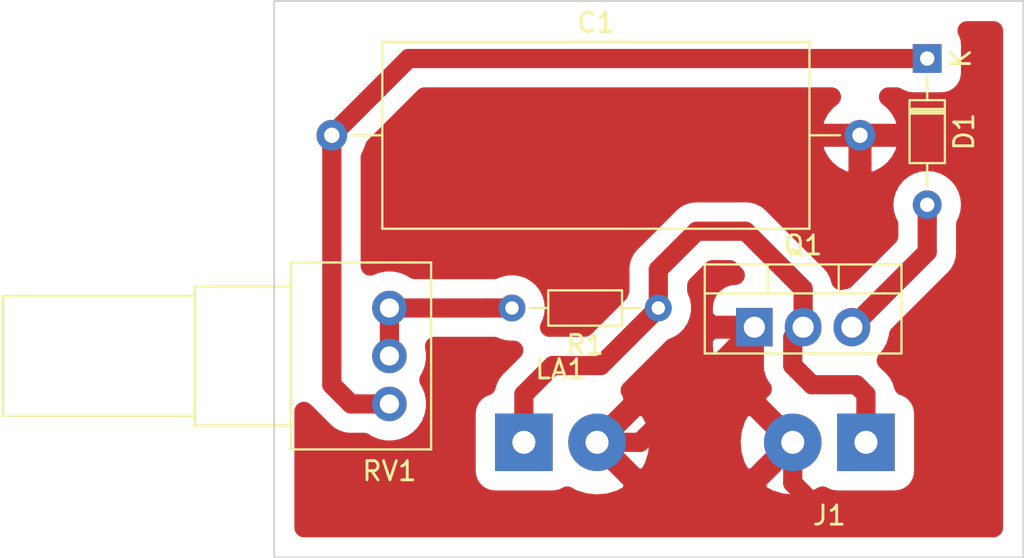
<source format=kicad_pcb>
(kicad_pcb (version 20171130) (host pcbnew "(5.1.4)-1")

  (general
    (thickness 1.6)
    (drawings 4)
    (tracks 38)
    (zones 0)
    (modules 7)
    (nets 6)
  )

  (page A4)
  (layers
    (0 F.Cu signal)
    (31 B.Cu signal)
    (32 B.Adhes user)
    (33 F.Adhes user)
    (34 B.Paste user)
    (35 F.Paste user)
    (36 B.SilkS user)
    (37 F.SilkS user)
    (38 B.Mask user)
    (39 F.Mask user)
    (40 Dwgs.User user)
    (41 Cmts.User user)
    (42 Eco1.User user)
    (43 Eco2.User user)
    (44 Edge.Cuts user)
    (45 Margin user)
    (46 B.CrtYd user)
    (47 F.CrtYd user)
    (48 B.Fab user)
    (49 F.Fab user)
  )

  (setup
    (last_trace_width 1)
    (user_trace_width 1)
    (trace_clearance 0.2)
    (zone_clearance 0.508)
    (zone_45_only no)
    (trace_min 0.2)
    (via_size 0.8)
    (via_drill 0.4)
    (via_min_size 0.4)
    (via_min_drill 0.3)
    (user_via 1.5 1)
    (uvia_size 0.3)
    (uvia_drill 0.1)
    (uvias_allowed no)
    (uvia_min_size 0.2)
    (uvia_min_drill 0.1)
    (edge_width 0.05)
    (segment_width 0.2)
    (pcb_text_width 0.3)
    (pcb_text_size 1.5 1.5)
    (mod_edge_width 0.12)
    (mod_text_size 1 1)
    (mod_text_width 0.15)
    (pad_size 1.524 1.524)
    (pad_drill 0.762)
    (pad_to_mask_clearance 0.051)
    (solder_mask_min_width 0.25)
    (aux_axis_origin 0 0)
    (visible_elements FFFFFF7F)
    (pcbplotparams
      (layerselection 0x010fc_ffffffff)
      (usegerberextensions false)
      (usegerberattributes false)
      (usegerberadvancedattributes false)
      (creategerberjobfile false)
      (excludeedgelayer true)
      (linewidth 0.100000)
      (plotframeref false)
      (viasonmask false)
      (mode 1)
      (useauxorigin false)
      (hpglpennumber 1)
      (hpglpenspeed 20)
      (hpglpendiameter 15.000000)
      (psnegative false)
      (psa4output false)
      (plotreference true)
      (plotvalue true)
      (plotinvisibletext false)
      (padsonsilk false)
      (subtractmaskfromsilk false)
      (outputformat 1)
      (mirror false)
      (drillshape 1)
      (scaleselection 1)
      (outputdirectory ""))
  )

  (net 0 "")
  (net 1 GND)
  (net 2 "Net-(C1-Pad1)")
  (net 3 "Net-(D1-Pad2)")
  (net 4 AC)
  (net 5 "Net-(R1-Pad2)")

  (net_class Default "Esta es la clase de red por defecto."
    (clearance 0.2)
    (trace_width 0.25)
    (via_dia 0.8)
    (via_drill 0.4)
    (uvia_dia 0.3)
    (uvia_drill 0.1)
    (add_net AC)
    (add_net GND)
    (add_net "Net-(C1-Pad1)")
    (add_net "Net-(D1-Pad2)")
    (add_net "Net-(R1-Pad2)")
  )

  (module Potentiometer_THT:Potentiometer_Alps_RK097_Single_Horizontal (layer F.Cu) (tedit 5A3D4993) (tstamp 5DC3C8BC)
    (at 130 94 180)
    (descr "Potentiometer, horizontal, Alps RK097 Single, http://www.alps.com/prod/info/E/HTML/Potentiometer/RotaryPotentiometers/RK097/RK097_list.html")
    (tags "Potentiometer horizontal Alps RK097 Single")
    (path /5DC39D27)
    (fp_text reference RV1 (at 0 -8.5) (layer F.SilkS)
      (effects (font (size 1 1) (thickness 0.15)))
    )
    (fp_text value R_POT (at 0 3.5) (layer F.Fab)
      (effects (font (size 1 1) (thickness 0.15)))
    )
    (fp_text user %R (at 1.475 -2.5) (layer F.Fab)
      (effects (font (size 1 1) (thickness 0.15)))
    )
    (fp_line (start 20.25 -7.5) (end -2.3 -7.5) (layer F.CrtYd) (width 0.05))
    (fp_line (start 20.25 2.5) (end 20.25 -7.5) (layer F.CrtYd) (width 0.05))
    (fp_line (start -2.3 2.5) (end 20.25 2.5) (layer F.CrtYd) (width 0.05))
    (fp_line (start -2.3 -7.5) (end -2.3 2.5) (layer F.CrtYd) (width 0.05))
    (fp_line (start 20.12 -5.62) (end 20.12 0.62) (layer F.SilkS) (width 0.12))
    (fp_line (start 10.12 -5.62) (end 10.12 0.62) (layer F.SilkS) (width 0.12))
    (fp_line (start 10.12 0.62) (end 20.12 0.62) (layer F.SilkS) (width 0.12))
    (fp_line (start 10.12 -5.62) (end 20.12 -5.62) (layer F.SilkS) (width 0.12))
    (fp_line (start 10.12 -6.12) (end 10.12 1.12) (layer F.SilkS) (width 0.12))
    (fp_line (start 5.12 -6.12) (end 5.12 1.12) (layer F.SilkS) (width 0.12))
    (fp_line (start 5.12 1.12) (end 10.12 1.12) (layer F.SilkS) (width 0.12))
    (fp_line (start 5.12 -6.12) (end 10.12 -6.12) (layer F.SilkS) (width 0.12))
    (fp_line (start 5.12 -7.37) (end 5.12 2.37) (layer F.SilkS) (width 0.12))
    (fp_line (start -2.17 -7.37) (end -2.17 2.37) (layer F.SilkS) (width 0.12))
    (fp_line (start -2.17 2.37) (end 5.12 2.37) (layer F.SilkS) (width 0.12))
    (fp_line (start -2.17 -7.37) (end 5.12 -7.37) (layer F.SilkS) (width 0.12))
    (fp_line (start 20 -5.5) (end 10 -5.5) (layer F.Fab) (width 0.1))
    (fp_line (start 20 0.5) (end 20 -5.5) (layer F.Fab) (width 0.1))
    (fp_line (start 10 0.5) (end 20 0.5) (layer F.Fab) (width 0.1))
    (fp_line (start 10 -5.5) (end 10 0.5) (layer F.Fab) (width 0.1))
    (fp_line (start 10 -6) (end 5 -6) (layer F.Fab) (width 0.1))
    (fp_line (start 10 1) (end 10 -6) (layer F.Fab) (width 0.1))
    (fp_line (start 5 1) (end 10 1) (layer F.Fab) (width 0.1))
    (fp_line (start 5 -6) (end 5 1) (layer F.Fab) (width 0.1))
    (fp_line (start 5 -7.25) (end -2.05 -7.25) (layer F.Fab) (width 0.1))
    (fp_line (start 5 2.25) (end 5 -7.25) (layer F.Fab) (width 0.1))
    (fp_line (start -2.05 2.25) (end 5 2.25) (layer F.Fab) (width 0.1))
    (fp_line (start -2.05 -7.25) (end -2.05 2.25) (layer F.Fab) (width 0.1))
    (pad 1 thru_hole circle (at 0 0 180) (size 1.8 1.8) (drill 1) (layers *.Cu *.Mask)
      (net 5 "Net-(R1-Pad2)"))
    (pad 2 thru_hole circle (at 0 -2.5 180) (size 1.8 1.8) (drill 1) (layers *.Cu *.Mask)
      (net 5 "Net-(R1-Pad2)"))
    (pad 3 thru_hole circle (at 0 -5 180) (size 1.8 1.8) (drill 1) (layers *.Cu *.Mask)
      (net 2 "Net-(C1-Pad1)"))
    (model ${KISYS3DMOD}/Potentiometer_THT.3dshapes/Potentiometer_Alps_RK097_Single_Horizontal.wrl
      (at (xyz 0 0 0))
      (scale (xyz 1 1 1))
      (rotate (xyz 0 0 0))
    )
  )

  (module Resistor_THT:R_Axial_DIN0204_L3.6mm_D1.6mm_P7.62mm_Horizontal (layer F.Cu) (tedit 5AE5139B) (tstamp 5DC3C898)
    (at 144 94 180)
    (descr "Resistor, Axial_DIN0204 series, Axial, Horizontal, pin pitch=7.62mm, 0.167W, length*diameter=3.6*1.6mm^2, http://cdn-reichelt.de/documents/datenblatt/B400/1_4W%23YAG.pdf")
    (tags "Resistor Axial_DIN0204 series Axial Horizontal pin pitch 7.62mm 0.167W length 3.6mm diameter 1.6mm")
    (path /5DC3729A)
    (fp_text reference R1 (at 3.81 -1.92) (layer F.SilkS)
      (effects (font (size 1 1) (thickness 0.15)))
    )
    (fp_text value R (at 3.81 1.92) (layer F.Fab)
      (effects (font (size 1 1) (thickness 0.15)))
    )
    (fp_text user %R (at 3.81 0) (layer F.Fab)
      (effects (font (size 0.72 0.72) (thickness 0.108)))
    )
    (fp_line (start 8.57 -1.05) (end -0.95 -1.05) (layer F.CrtYd) (width 0.05))
    (fp_line (start 8.57 1.05) (end 8.57 -1.05) (layer F.CrtYd) (width 0.05))
    (fp_line (start -0.95 1.05) (end 8.57 1.05) (layer F.CrtYd) (width 0.05))
    (fp_line (start -0.95 -1.05) (end -0.95 1.05) (layer F.CrtYd) (width 0.05))
    (fp_line (start 6.68 0) (end 5.73 0) (layer F.SilkS) (width 0.12))
    (fp_line (start 0.94 0) (end 1.89 0) (layer F.SilkS) (width 0.12))
    (fp_line (start 5.73 -0.92) (end 1.89 -0.92) (layer F.SilkS) (width 0.12))
    (fp_line (start 5.73 0.92) (end 5.73 -0.92) (layer F.SilkS) (width 0.12))
    (fp_line (start 1.89 0.92) (end 5.73 0.92) (layer F.SilkS) (width 0.12))
    (fp_line (start 1.89 -0.92) (end 1.89 0.92) (layer F.SilkS) (width 0.12))
    (fp_line (start 7.62 0) (end 5.61 0) (layer F.Fab) (width 0.1))
    (fp_line (start 0 0) (end 2.01 0) (layer F.Fab) (width 0.1))
    (fp_line (start 5.61 -0.8) (end 2.01 -0.8) (layer F.Fab) (width 0.1))
    (fp_line (start 5.61 0.8) (end 5.61 -0.8) (layer F.Fab) (width 0.1))
    (fp_line (start 2.01 0.8) (end 5.61 0.8) (layer F.Fab) (width 0.1))
    (fp_line (start 2.01 -0.8) (end 2.01 0.8) (layer F.Fab) (width 0.1))
    (pad 2 thru_hole oval (at 7.62 0 180) (size 1.4 1.4) (drill 0.7) (layers *.Cu *.Mask)
      (net 5 "Net-(R1-Pad2)"))
    (pad 1 thru_hole circle (at 0 0 180) (size 1.4 1.4) (drill 0.7) (layers *.Cu *.Mask)
      (net 4 AC))
    (model ${KISYS3DMOD}/Resistor_THT.3dshapes/R_Axial_DIN0204_L3.6mm_D1.6mm_P7.62mm_Horizontal.wrl
      (at (xyz 0 0 0))
      (scale (xyz 1 1 1))
      (rotate (xyz 0 0 0))
    )
  )

  (module Package_TO_SOT_THT:TO-220-3_Vertical (layer F.Cu) (tedit 5AC8BA0D) (tstamp 5DC3C881)
    (at 149 95)
    (descr "TO-220-3, Vertical, RM 2.54mm, see https://www.vishay.com/docs/66542/to-220-1.pdf")
    (tags "TO-220-3 Vertical RM 2.54mm")
    (path /5DC381A7)
    (fp_text reference Q1 (at 2.54 -4.27) (layer F.SilkS)
      (effects (font (size 1 1) (thickness 0.15)))
    )
    (fp_text value BT138-600 (at 2.54 2.5) (layer F.Fab)
      (effects (font (size 1 1) (thickness 0.15)))
    )
    (fp_text user %R (at 2.54 -4.27) (layer F.Fab)
      (effects (font (size 1 1) (thickness 0.15)))
    )
    (fp_line (start 7.79 -3.4) (end -2.71 -3.4) (layer F.CrtYd) (width 0.05))
    (fp_line (start 7.79 1.51) (end 7.79 -3.4) (layer F.CrtYd) (width 0.05))
    (fp_line (start -2.71 1.51) (end 7.79 1.51) (layer F.CrtYd) (width 0.05))
    (fp_line (start -2.71 -3.4) (end -2.71 1.51) (layer F.CrtYd) (width 0.05))
    (fp_line (start 4.391 -3.27) (end 4.391 -1.76) (layer F.SilkS) (width 0.12))
    (fp_line (start 0.69 -3.27) (end 0.69 -1.76) (layer F.SilkS) (width 0.12))
    (fp_line (start -2.58 -1.76) (end 7.66 -1.76) (layer F.SilkS) (width 0.12))
    (fp_line (start 7.66 -3.27) (end 7.66 1.371) (layer F.SilkS) (width 0.12))
    (fp_line (start -2.58 -3.27) (end -2.58 1.371) (layer F.SilkS) (width 0.12))
    (fp_line (start -2.58 1.371) (end 7.66 1.371) (layer F.SilkS) (width 0.12))
    (fp_line (start -2.58 -3.27) (end 7.66 -3.27) (layer F.SilkS) (width 0.12))
    (fp_line (start 4.39 -3.15) (end 4.39 -1.88) (layer F.Fab) (width 0.1))
    (fp_line (start 0.69 -3.15) (end 0.69 -1.88) (layer F.Fab) (width 0.1))
    (fp_line (start -2.46 -1.88) (end 7.54 -1.88) (layer F.Fab) (width 0.1))
    (fp_line (start 7.54 -3.15) (end -2.46 -3.15) (layer F.Fab) (width 0.1))
    (fp_line (start 7.54 1.25) (end 7.54 -3.15) (layer F.Fab) (width 0.1))
    (fp_line (start -2.46 1.25) (end 7.54 1.25) (layer F.Fab) (width 0.1))
    (fp_line (start -2.46 -3.15) (end -2.46 1.25) (layer F.Fab) (width 0.1))
    (pad 3 thru_hole oval (at 5.08 0) (size 1.905 2) (drill 1.1) (layers *.Cu *.Mask)
      (net 3 "Net-(D1-Pad2)"))
    (pad 2 thru_hole oval (at 2.54 0) (size 1.905 2) (drill 1.1) (layers *.Cu *.Mask)
      (net 4 AC))
    (pad 1 thru_hole rect (at 0 0) (size 1.905 2) (drill 1.1) (layers *.Cu *.Mask)
      (net 1 GND))
    (model ${KISYS3DMOD}/Package_TO_SOT_THT.3dshapes/TO-220-3_Vertical.wrl
      (at (xyz 0 0 0))
      (scale (xyz 1 1 1))
      (rotate (xyz 0 0 0))
    )
  )

  (module Connector_Wire:SolderWirePad_1x02_P3.81mm_Drill1.2mm (layer F.Cu) (tedit 5AEE5EF3) (tstamp 5DC3C867)
    (at 137 101)
    (descr "Wire solder connection")
    (tags connector)
    (path /5DC3A47B)
    (attr virtual)
    (fp_text reference LA1 (at 1.905 -3.81) (layer F.SilkS)
      (effects (font (size 1 1) (thickness 0.15)))
    )
    (fp_text value Lamp (at 1.905 3.81) (layer F.Fab)
      (effects (font (size 1 1) (thickness 0.15)))
    )
    (fp_line (start 5.81 2) (end -1.99 2) (layer F.CrtYd) (width 0.05))
    (fp_line (start 5.81 2) (end 5.81 -2) (layer F.CrtYd) (width 0.05))
    (fp_line (start -1.99 -2) (end -1.99 2) (layer F.CrtYd) (width 0.05))
    (fp_line (start -1.99 -2) (end 5.81 -2) (layer F.CrtYd) (width 0.05))
    (fp_text user %R (at 1.905 0) (layer F.Fab)
      (effects (font (size 1 1) (thickness 0.15)))
    )
    (pad 2 thru_hole circle (at 3.81 0) (size 2.99974 2.99974) (drill 1.19888) (layers *.Cu *.Mask)
      (net 1 GND))
    (pad 1 thru_hole rect (at 0 0) (size 2.99974 2.99974) (drill 1.19888) (layers *.Cu *.Mask)
      (net 4 AC))
  )

  (module Connector_Wire:SolderWirePad_1x02_P3.81mm_Drill1.2mm (layer F.Cu) (tedit 5AEE5EF3) (tstamp 5DC3C85C)
    (at 154.81 101 180)
    (descr "Wire solder connection")
    (tags connector)
    (path /5DC4EE7F)
    (attr virtual)
    (fp_text reference J1 (at 1.905 -3.81) (layer F.SilkS)
      (effects (font (size 1 1) (thickness 0.15)))
    )
    (fp_text value Screw_Terminal_01x02 (at 1.905 3.81) (layer F.Fab)
      (effects (font (size 1 1) (thickness 0.15)))
    )
    (fp_line (start 5.81 2) (end -1.99 2) (layer F.CrtYd) (width 0.05))
    (fp_line (start 5.81 2) (end 5.81 -2) (layer F.CrtYd) (width 0.05))
    (fp_line (start -1.99 -2) (end -1.99 2) (layer F.CrtYd) (width 0.05))
    (fp_line (start -1.99 -2) (end 5.81 -2) (layer F.CrtYd) (width 0.05))
    (fp_text user %R (at 1.905 0) (layer F.Fab)
      (effects (font (size 1 1) (thickness 0.15)))
    )
    (pad 2 thru_hole circle (at 3.81 0 180) (size 2.99974 2.99974) (drill 1.19888) (layers *.Cu *.Mask)
      (net 1 GND))
    (pad 1 thru_hole rect (at 0 0 180) (size 2.99974 2.99974) (drill 1.19888) (layers *.Cu *.Mask)
      (net 4 AC))
  )

  (module Diode_THT:D_DO-34_SOD68_P7.62mm_Horizontal (layer F.Cu) (tedit 5AE50CD5) (tstamp 5DC3C851)
    (at 158 81 270)
    (descr "Diode, DO-34_SOD68 series, Axial, Horizontal, pin pitch=7.62mm, , length*diameter=3.04*1.6mm^2, , https://www.nxp.com/docs/en/data-sheet/KTY83_SER.pdf")
    (tags "Diode DO-34_SOD68 series Axial Horizontal pin pitch 7.62mm  length 3.04mm diameter 1.6mm")
    (path /5DC3909E)
    (fp_text reference D1 (at 3.81 -1.92 90) (layer F.SilkS)
      (effects (font (size 1 1) (thickness 0.15)))
    )
    (fp_text value DIAC (at 3.81 1.92 90) (layer F.Fab)
      (effects (font (size 1 1) (thickness 0.15)))
    )
    (fp_text user K (at 0 -1.75 90) (layer F.SilkS)
      (effects (font (size 1 1) (thickness 0.15)))
    )
    (fp_text user K (at 0 -1.75 90) (layer F.Fab)
      (effects (font (size 1 1) (thickness 0.15)))
    )
    (fp_text user %R (at 4.038 0 90) (layer F.Fab)
      (effects (font (size 0.608 0.608) (thickness 0.0912)))
    )
    (fp_line (start 8.63 -1.05) (end -1 -1.05) (layer F.CrtYd) (width 0.05))
    (fp_line (start 8.63 1.05) (end 8.63 -1.05) (layer F.CrtYd) (width 0.05))
    (fp_line (start -1 1.05) (end 8.63 1.05) (layer F.CrtYd) (width 0.05))
    (fp_line (start -1 -1.05) (end -1 1.05) (layer F.CrtYd) (width 0.05))
    (fp_line (start 2.626 -0.92) (end 2.626 0.92) (layer F.SilkS) (width 0.12))
    (fp_line (start 2.866 -0.92) (end 2.866 0.92) (layer F.SilkS) (width 0.12))
    (fp_line (start 2.746 -0.92) (end 2.746 0.92) (layer F.SilkS) (width 0.12))
    (fp_line (start 6.63 0) (end 5.45 0) (layer F.SilkS) (width 0.12))
    (fp_line (start 0.99 0) (end 2.17 0) (layer F.SilkS) (width 0.12))
    (fp_line (start 5.45 -0.92) (end 2.17 -0.92) (layer F.SilkS) (width 0.12))
    (fp_line (start 5.45 0.92) (end 5.45 -0.92) (layer F.SilkS) (width 0.12))
    (fp_line (start 2.17 0.92) (end 5.45 0.92) (layer F.SilkS) (width 0.12))
    (fp_line (start 2.17 -0.92) (end 2.17 0.92) (layer F.SilkS) (width 0.12))
    (fp_line (start 2.646 -0.8) (end 2.646 0.8) (layer F.Fab) (width 0.1))
    (fp_line (start 2.846 -0.8) (end 2.846 0.8) (layer F.Fab) (width 0.1))
    (fp_line (start 2.746 -0.8) (end 2.746 0.8) (layer F.Fab) (width 0.1))
    (fp_line (start 7.62 0) (end 5.33 0) (layer F.Fab) (width 0.1))
    (fp_line (start 0 0) (end 2.29 0) (layer F.Fab) (width 0.1))
    (fp_line (start 5.33 -0.8) (end 2.29 -0.8) (layer F.Fab) (width 0.1))
    (fp_line (start 5.33 0.8) (end 5.33 -0.8) (layer F.Fab) (width 0.1))
    (fp_line (start 2.29 0.8) (end 5.33 0.8) (layer F.Fab) (width 0.1))
    (fp_line (start 2.29 -0.8) (end 2.29 0.8) (layer F.Fab) (width 0.1))
    (pad 2 thru_hole oval (at 7.62 0 270) (size 1.5 1.5) (drill 0.75) (layers *.Cu *.Mask)
      (net 3 "Net-(D1-Pad2)"))
    (pad 1 thru_hole rect (at 0 0 270) (size 1.5 1.5) (drill 0.75) (layers *.Cu *.Mask)
      (net 2 "Net-(C1-Pad1)"))
    (model ${KISYS3DMOD}/Diode_THT.3dshapes/D_DO-34_SOD68_P7.62mm_Horizontal.wrl
      (at (xyz 0 0 0))
      (scale (xyz 1 1 1))
      (rotate (xyz 0 0 0))
    )
  )

  (module Capacitor_THT:C_Axial_L22.0mm_D9.5mm_P27.50mm_Horizontal (layer F.Cu) (tedit 5AE50EF0) (tstamp 5DC3C832)
    (at 127 85)
    (descr "C, Axial series, Axial, Horizontal, pin pitch=27.5mm, , length*diameter=22*9.5mm^2, http://cdn-reichelt.de/documents/datenblatt/B300/STYROFLEX.pdf")
    (tags "C Axial series Axial Horizontal pin pitch 27.5mm  length 22mm diameter 9.5mm")
    (path /5DC3969C)
    (fp_text reference C1 (at 13.75 -5.87) (layer F.SilkS)
      (effects (font (size 1 1) (thickness 0.15)))
    )
    (fp_text value C (at 13.75 5.87) (layer F.Fab)
      (effects (font (size 1 1) (thickness 0.15)))
    )
    (fp_text user %R (at 13.75 0) (layer F.Fab)
      (effects (font (size 1 1) (thickness 0.15)))
    )
    (fp_line (start 28.55 -5) (end -1.05 -5) (layer F.CrtYd) (width 0.05))
    (fp_line (start 28.55 5) (end 28.55 -5) (layer F.CrtYd) (width 0.05))
    (fp_line (start -1.05 5) (end 28.55 5) (layer F.CrtYd) (width 0.05))
    (fp_line (start -1.05 -5) (end -1.05 5) (layer F.CrtYd) (width 0.05))
    (fp_line (start 26.46 0) (end 24.87 0) (layer F.SilkS) (width 0.12))
    (fp_line (start 1.04 0) (end 2.63 0) (layer F.SilkS) (width 0.12))
    (fp_line (start 24.87 -4.87) (end 2.63 -4.87) (layer F.SilkS) (width 0.12))
    (fp_line (start 24.87 4.87) (end 24.87 -4.87) (layer F.SilkS) (width 0.12))
    (fp_line (start 2.63 4.87) (end 24.87 4.87) (layer F.SilkS) (width 0.12))
    (fp_line (start 2.63 -4.87) (end 2.63 4.87) (layer F.SilkS) (width 0.12))
    (fp_line (start 27.5 0) (end 24.75 0) (layer F.Fab) (width 0.1))
    (fp_line (start 0 0) (end 2.75 0) (layer F.Fab) (width 0.1))
    (fp_line (start 24.75 -4.75) (end 2.75 -4.75) (layer F.Fab) (width 0.1))
    (fp_line (start 24.75 4.75) (end 24.75 -4.75) (layer F.Fab) (width 0.1))
    (fp_line (start 2.75 4.75) (end 24.75 4.75) (layer F.Fab) (width 0.1))
    (fp_line (start 2.75 -4.75) (end 2.75 4.75) (layer F.Fab) (width 0.1))
    (pad 2 thru_hole oval (at 27.5 0) (size 1.6 1.6) (drill 0.8) (layers *.Cu *.Mask)
      (net 1 GND))
    (pad 1 thru_hole circle (at 0 0) (size 1.6 1.6) (drill 0.8) (layers *.Cu *.Mask)
      (net 2 "Net-(C1-Pad1)"))
    (model ${KISYS3DMOD}/Capacitor_THT.3dshapes/C_Axial_L22.0mm_D9.5mm_P27.50mm_Horizontal.wrl
      (at (xyz 0 0 0))
      (scale (xyz 1 1 1))
      (rotate (xyz 0 0 0))
    )
  )

  (gr_line (start 163 78) (end 124 78) (layer Edge.Cuts) (width 0.1))
  (gr_line (start 163 107) (end 163 78) (layer Edge.Cuts) (width 0.1))
  (gr_line (start 124 107) (end 163 107) (layer Edge.Cuts) (width 0.1))
  (gr_line (start 124 78) (end 124 107) (layer Edge.Cuts) (width 0.1))

  (segment (start 149 95.0475) (end 149 95) (width 1) (layer F.Cu) (net 1))
  (segment (start 140.81 101) (end 143.0475 101) (width 1) (layer F.Cu) (net 1))
  (segment (start 148.02375 98.02375) (end 148.02375 96.02375) (width 1) (layer F.Cu) (net 1))
  (segment (start 151 101) (end 148.02375 98.02375) (width 1) (layer F.Cu) (net 1))
  (segment (start 143.0475 101) (end 148.02375 96.02375) (width 1) (layer F.Cu) (net 1))
  (segment (start 148.02375 96.02375) (end 149 95.0475) (width 1) (layer F.Cu) (net 1))
  (segment (start 154.5 85) (end 160 85) (width 1) (layer F.Cu) (net 1))
  (segment (start 160 85) (end 161 86) (width 1) (layer F.Cu) (net 1))
  (segment (start 161 86) (end 161 102) (width 1) (layer F.Cu) (net 1))
  (segment (start 161 102) (end 158 105) (width 1) (layer F.Cu) (net 1))
  (segment (start 151 103.121136) (end 151 101) (width 1) (layer F.Cu) (net 1))
  (segment (start 152.878864 105) (end 151 103.121136) (width 1) (layer F.Cu) (net 1))
  (segment (start 158 105) (end 152.878864 105) (width 1) (layer F.Cu) (net 1))
  (segment (start 130 99) (end 128 99) (width 1) (layer F.Cu) (net 2))
  (segment (start 127 98) (end 127 85) (width 1) (layer F.Cu) (net 2))
  (segment (start 128 99) (end 127 98) (width 1) (layer F.Cu) (net 2))
  (segment (start 131 81) (end 127 85) (width 1) (layer F.Cu) (net 2))
  (segment (start 158 81) (end 131 81) (width 1) (layer F.Cu) (net 2))
  (segment (start 158 91.08) (end 154.08 95) (width 1) (layer F.Cu) (net 3))
  (segment (start 158 88.62) (end 158 91.08) (width 1) (layer F.Cu) (net 3))
  (segment (start 137 98.50013) (end 138.50013 97) (width 1) (layer F.Cu) (net 4))
  (segment (start 137 101) (end 137 98.50013) (width 1) (layer F.Cu) (net 4))
  (segment (start 141 97) (end 144 94) (width 1) (layer F.Cu) (net 4))
  (segment (start 138.50013 97) (end 141 97) (width 1) (layer F.Cu) (net 4))
  (segment (start 154.81 98.50013) (end 154.30987 98) (width 1) (layer F.Cu) (net 4))
  (segment (start 154.81 101) (end 154.81 98.50013) (width 1) (layer F.Cu) (net 4))
  (segment (start 154.30987 98) (end 152 98) (width 1) (layer F.Cu) (net 4))
  (segment (start 152 98) (end 151 97) (width 1) (layer F.Cu) (net 4))
  (segment (start 151 95.54) (end 151.54 95) (width 1) (layer F.Cu) (net 4))
  (segment (start 151 97) (end 151 95.54) (width 1) (layer F.Cu) (net 4))
  (segment (start 144 94) (end 144 92) (width 1) (layer F.Cu) (net 4))
  (segment (start 144 92) (end 146 90) (width 1) (layer F.Cu) (net 4))
  (segment (start 151.54 93) (end 151.54 95) (width 1) (layer F.Cu) (net 4))
  (segment (start 148.54 90) (end 151.54 93) (width 1) (layer F.Cu) (net 4))
  (segment (start 146 90) (end 148.54 90) (width 1) (layer F.Cu) (net 4))
  (segment (start 130 94) (end 135 94) (width 1) (layer F.Cu) (net 5))
  (segment (start 135 94) (end 136.38 94) (width 1) (layer F.Cu) (net 5))
  (segment (start 130 96.5) (end 130 94) (width 1) (layer F.Cu) (net 5))

  (zone (net 1) (net_name GND) (layer F.Cu) (tstamp 0) (hatch edge 0.508)
    (connect_pads (clearance 1))
    (min_thickness 1)
    (fill yes (arc_segments 32) (thermal_gap 1.2) (thermal_bridge_width 1.2))
    (polygon
      (pts
        (xy 124 78) (xy 163 78) (xy 163 107) (xy 124 107)
      )
    )
    (filled_polygon
      (pts
        (xy 161.45 105.45) (xy 125.55 105.45) (xy 125.55 99.385788) (xy 125.578944 99.421056) (xy 125.655266 99.483692)
        (xy 126.516308 100.344734) (xy 126.578944 100.421056) (xy 126.711584 100.529911) (xy 126.883484 100.670986) (xy 127.23093 100.856699)
        (xy 127.607931 100.971062) (xy 127.901747 101) (xy 127.901757 101) (xy 128 101.009676) (xy 128.098243 101)
        (xy 128.673325 101) (xy 128.863174 101.126853) (xy 129.299946 101.30777) (xy 129.763621 101.4) (xy 130.236379 101.4)
        (xy 130.700054 101.30777) (xy 131.136826 101.126853) (xy 131.529911 100.864202) (xy 131.864202 100.529911) (xy 132.126853 100.136826)
        (xy 132.30777 99.700054) (xy 132.4 99.236379) (xy 132.4 98.763621) (xy 132.30777 98.299946) (xy 132.126853 97.863174)
        (xy 132.051233 97.75) (xy 132.126853 97.636826) (xy 132.30777 97.200054) (xy 132.4 96.736379) (xy 132.4 96.263621)
        (xy 132.347563 96) (xy 135.454756 96) (xy 135.534023 96.042369) (xy 135.948725 96.168167) (xy 136.27193 96.2)
        (xy 136.471703 96.2) (xy 135.655261 97.016443) (xy 135.578945 97.079074) (xy 135.516314 97.15539) (xy 135.516312 97.155392)
        (xy 135.329015 97.383614) (xy 135.143301 97.731061) (xy 135.097064 97.883484) (xy 135.039794 98.072277) (xy 134.923328 98.107606)
        (xy 134.662743 98.246892) (xy 134.434338 98.434338) (xy 134.246892 98.662743) (xy 134.107606 98.923328) (xy 134.021835 99.206079)
        (xy 133.992873 99.50013) (xy 133.992873 102.49987) (xy 134.021835 102.793921) (xy 134.107606 103.076672) (xy 134.246892 103.337257)
        (xy 134.434338 103.565662) (xy 134.662743 103.753108) (xy 134.923328 103.892394) (xy 135.206079 103.978165) (xy 135.50013 104.007127)
        (xy 138.49987 104.007127) (xy 138.793921 103.978165) (xy 139.076672 103.892394) (xy 139.255292 103.79692) (xy 139.555327 103.960455)
        (xy 140.156991 104.148345) (xy 140.78375 104.215246) (xy 141.411518 104.158587) (xy 142.01617 103.980546) (xy 142.574469 103.687963)
        (xy 142.618121 103.658796) (xy 142.7111 103.042521) (xy 140.81 101.141421) (xy 140.795858 101.155564) (xy 140.654437 101.014143)
        (xy 140.668579 101) (xy 140.951421 101) (xy 142.852521 102.9011) (xy 143.468796 102.808121) (xy 143.770455 102.254673)
        (xy 143.958345 101.653009) (xy 144.025246 101.02625) (xy 144.020508 100.97375) (xy 147.784754 100.97375) (xy 147.841413 101.601518)
        (xy 148.019454 102.20617) (xy 148.312037 102.764469) (xy 148.341204 102.808121) (xy 148.957479 102.9011) (xy 150.858579 101)
        (xy 148.957479 99.0989) (xy 148.341204 99.191879) (xy 148.039545 99.745327) (xy 147.851655 100.346991) (xy 147.784754 100.97375)
        (xy 144.020508 100.97375) (xy 143.968587 100.398482) (xy 143.790546 99.79383) (xy 143.497963 99.235531) (xy 143.468796 99.191879)
        (xy 142.852521 99.0989) (xy 140.951421 101) (xy 140.668579 101) (xy 140.654437 100.985858) (xy 140.795858 100.844437)
        (xy 140.81 100.858579) (xy 142.7111 98.957479) (xy 142.618121 98.341204) (xy 142.5334 98.295026) (xy 144.763357 96.06507)
        (xy 144.92045 96) (xy 146.339274 96) (xy 146.372097 96.333258) (xy 146.469305 96.65371) (xy 146.627162 96.94904)
        (xy 146.839602 97.207898) (xy 147.09846 97.420338) (xy 147.39379 97.578195) (xy 147.714242 97.675403) (xy 148.0475 97.708226)
        (xy 148.475 97.7) (xy 148.9 97.275) (xy 148.9 95.1) (xy 146.7725 95.1) (xy 146.3475 95.525)
        (xy 146.339274 96) (xy 144.92045 96) (xy 145.042091 95.949615) (xy 145.402418 95.708852) (xy 145.708852 95.402418)
        (xy 145.949615 95.042091) (xy 146.115455 94.641716) (xy 146.2 94.216681) (xy 146.2 93.783319) (xy 146.115455 93.358284)
        (xy 146 93.07955) (xy 146 92.828426) (xy 146.828427 92) (xy 147.711574 92) (xy 148.007306 92.295733)
        (xy 147.714242 92.324597) (xy 147.39379 92.421805) (xy 147.09846 92.579662) (xy 146.839602 92.792102) (xy 146.627162 93.05096)
        (xy 146.469305 93.34629) (xy 146.372097 93.666742) (xy 146.339274 94) (xy 146.3475 94.475) (xy 146.7725 94.9)
        (xy 148.9 94.9) (xy 148.9 94.88) (xy 149.0875 94.88) (xy 149.0875 94.954881) (xy 149.028938 95.147931)
        (xy 149 95.441747) (xy 149 95.441757) (xy 148.990324 95.54) (xy 149 95.638243) (xy 149 96.901757)
        (xy 148.990324 97) (xy 149 97.098243) (xy 149 97.098252) (xy 149.028938 97.392068) (xy 149.143301 97.769069)
        (xy 149.329015 98.116517) (xy 149.413103 98.218978) (xy 149.235531 98.312037) (xy 149.191879 98.341204) (xy 149.0989 98.957479)
        (xy 151 100.858579) (xy 151.014143 100.844437) (xy 151.155564 100.985858) (xy 151.141421 101) (xy 151.155564 101.014143)
        (xy 151.014143 101.155564) (xy 151 101.141421) (xy 149.0989 103.042521) (xy 149.191879 103.658796) (xy 149.745327 103.960455)
        (xy 150.346991 104.148345) (xy 150.97375 104.215246) (xy 151.601518 104.158587) (xy 152.20617 103.980546) (xy 152.555626 103.79741)
        (xy 152.733328 103.892394) (xy 153.016079 103.978165) (xy 153.31013 104.007127) (xy 156.30987 104.007127) (xy 156.603921 103.978165)
        (xy 156.886672 103.892394) (xy 157.147257 103.753108) (xy 157.375662 103.565662) (xy 157.563108 103.337257) (xy 157.702394 103.076672)
        (xy 157.788165 102.793921) (xy 157.817127 102.49987) (xy 157.817127 99.50013) (xy 157.788165 99.206079) (xy 157.702394 98.923328)
        (xy 157.563108 98.662743) (xy 157.375662 98.434338) (xy 157.147257 98.246892) (xy 156.886672 98.107606) (xy 156.770207 98.072277)
        (xy 156.666699 97.73106) (xy 156.549107 97.511061) (xy 156.480986 97.383614) (xy 156.428472 97.319626) (xy 156.231056 97.079074)
        (xy 156.154734 97.016438) (xy 155.870258 96.731962) (xy 156.129045 96.416627) (xy 156.356777 95.990571) (xy 156.497014 95.528273)
        (xy 156.509781 95.398645) (xy 159.34474 92.563687) (xy 159.421056 92.501056) (xy 159.670985 92.196517) (xy 159.856699 91.84907)
        (xy 159.971062 91.472069) (xy 160 91.178253) (xy 160 91.178244) (xy 160.009676 91.080001) (xy 160 90.981758)
        (xy 160 89.651311) (xy 160.088786 89.485204) (xy 160.217444 89.061077) (xy 160.260886 88.62) (xy 160.217444 88.178923)
        (xy 160.088786 87.754796) (xy 159.879858 87.363919) (xy 159.598688 87.021312) (xy 159.256081 86.740142) (xy 158.865204 86.531214)
        (xy 158.441077 86.402556) (xy 158.110528 86.37) (xy 157.889472 86.37) (xy 157.558923 86.402556) (xy 157.134796 86.531214)
        (xy 156.743919 86.740142) (xy 156.401312 87.021312) (xy 156.120142 87.363919) (xy 155.911214 87.754796) (xy 155.782556 88.178923)
        (xy 155.739114 88.62) (xy 155.782556 89.061077) (xy 155.911214 89.485204) (xy 156 89.651312) (xy 156.000001 90.251573)
        (xy 153.728855 92.522719) (xy 153.599226 92.535486) (xy 153.498367 92.566081) (xy 153.396699 92.23093) (xy 153.359811 92.161917)
        (xy 153.210986 91.883483) (xy 153.023689 91.655262) (xy 153.023687 91.65526) (xy 152.961056 91.578944) (xy 152.88474 91.516313)
        (xy 150.023691 88.655265) (xy 149.961056 88.578944) (xy 149.656517 88.329015) (xy 149.30907 88.143301) (xy 148.932069 88.028938)
        (xy 148.638253 88) (xy 148.638243 88) (xy 148.54 87.990324) (xy 148.441757 88) (xy 146.098242 88)
        (xy 145.999999 87.990324) (xy 145.901756 88) (xy 145.901747 88) (xy 145.607931 88.028938) (xy 145.23093 88.143301)
        (xy 144.883483 88.329015) (xy 144.578944 88.578944) (xy 144.516313 88.65526) (xy 142.655261 90.516313) (xy 142.578945 90.578944)
        (xy 142.516314 90.65526) (xy 142.516312 90.655262) (xy 142.329015 90.883484) (xy 142.143301 91.230931) (xy 142.028939 91.607932)
        (xy 141.990324 92) (xy 142.000001 92.098252) (xy 142 93.079549) (xy 141.93493 93.236643) (xy 140.171574 95)
        (xy 138.598372 95) (xy 138.500129 94.990324) (xy 138.401886 95) (xy 138.401877 95) (xy 138.336606 95.006429)
        (xy 138.422369 94.845977) (xy 138.548167 94.431275) (xy 138.590644 94) (xy 138.548167 93.568725) (xy 138.422369 93.154023)
        (xy 138.218083 92.771832) (xy 137.943161 92.436839) (xy 137.608168 92.161917) (xy 137.225977 91.957631) (xy 136.811275 91.831833)
        (xy 136.48807 91.8) (xy 136.27193 91.8) (xy 135.948725 91.831833) (xy 135.534023 91.957631) (xy 135.454756 92)
        (xy 131.326675 92) (xy 131.136826 91.873147) (xy 130.700054 91.69223) (xy 130.236379 91.6) (xy 129.763621 91.6)
        (xy 129.299946 91.69223) (xy 129 91.816472) (xy 129 86.14668) (xy 129.038234 86.089459) (xy 129.211613 85.670885)
        (xy 129.225039 85.603387) (xy 129.338884 85.489542) (xy 152.048399 85.489542) (xy 152.189591 85.954998) (xy 152.420296 86.387386)
        (xy 152.730923 86.766458) (xy 153.109534 87.077646) (xy 153.54158 87.308991) (xy 154.010458 87.451603) (xy 154.4 87.073001)
        (xy 154.4 85.1) (xy 154.6 85.1) (xy 154.6 87.073001) (xy 154.989542 87.451603) (xy 155.45842 87.308991)
        (xy 155.890466 87.077646) (xy 156.269077 86.766458) (xy 156.579704 86.387386) (xy 156.810409 85.954998) (xy 156.951601 85.489542)
        (xy 156.572589 85.1) (xy 154.6 85.1) (xy 154.4 85.1) (xy 152.427411 85.1) (xy 152.048399 85.489542)
        (xy 129.338884 85.489542) (xy 131.828427 83) (xy 153.015065 83) (xy 152.730923 83.233542) (xy 152.420296 83.612614)
        (xy 152.189591 84.045002) (xy 152.048399 84.510458) (xy 152.427411 84.9) (xy 154.4 84.9) (xy 154.4 84.88)
        (xy 154.6 84.88) (xy 154.6 84.9) (xy 156.572589 84.9) (xy 156.951601 84.510458) (xy 156.810409 84.045002)
        (xy 156.579704 83.612614) (xy 156.269077 83.233542) (xy 155.984935 83) (xy 156.408667 83) (xy 156.412613 83.003238)
        (xy 156.673198 83.142524) (xy 156.955949 83.228295) (xy 157.25 83.257257) (xy 158.75 83.257257) (xy 159.044051 83.228295)
        (xy 159.326802 83.142524) (xy 159.587387 83.003238) (xy 159.815792 82.815792) (xy 160.003238 82.587387) (xy 160.142524 82.326802)
        (xy 160.228295 82.044051) (xy 160.257257 81.75) (xy 160.257257 80.25) (xy 160.228295 79.955949) (xy 160.142524 79.673198)
        (xy 160.076673 79.55) (xy 161.450001 79.55)
      )
    )
  )
)

</source>
